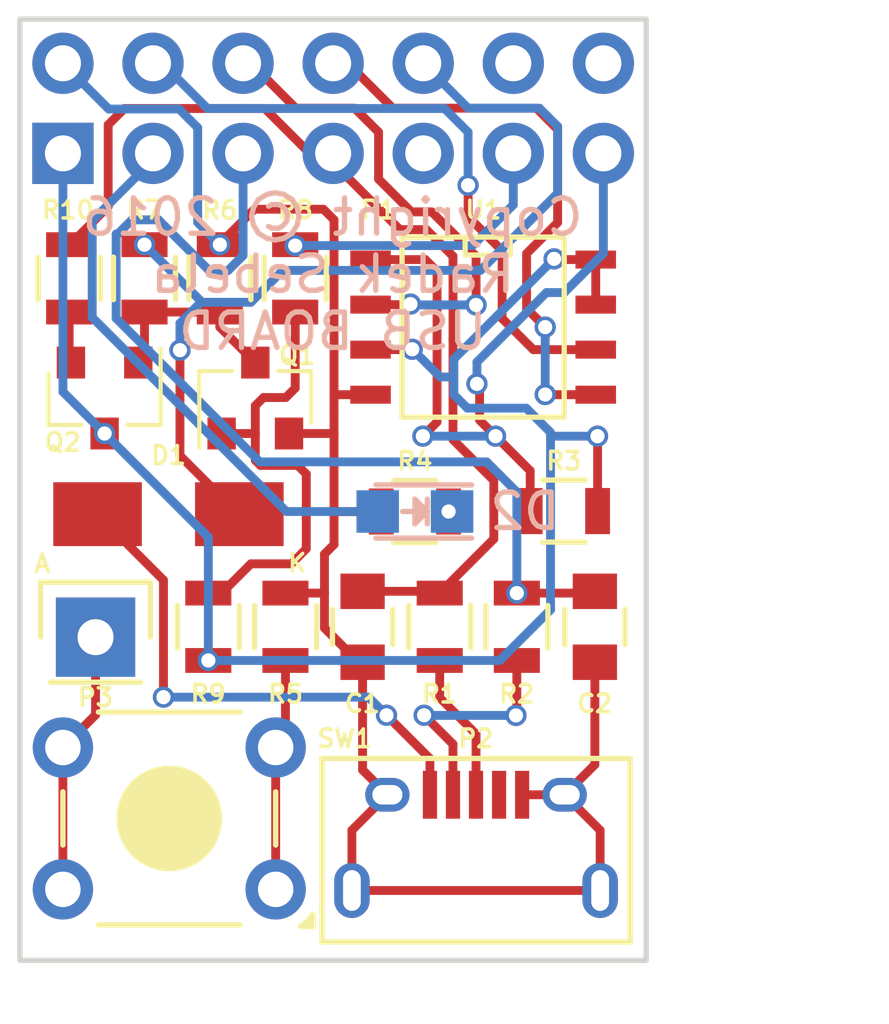
<source format=kicad_pcb>
(kicad_pcb (version 4) (host pcbnew 4.0.2+dfsg1-stable)

  (general
    (links 46)
    (no_connects 0)
    (area 49.674999 37.614999 67.485001 64.305001)
    (thickness 1.6)
    (drawings 7)
    (tracks 270)
    (zones 0)
    (modules 21)
    (nets 21)
  )

  (page A4)
  (title_block
    (title "USB BOARD")
    (date 2016-11-06)
    (rev 1.1)
    (company "Radek Sebela")
    (comment 1 r.sebela@gmail.com)
    (comment 2 https://github.com/radekshub)
  )

  (layers
    (0 F.Cu signal)
    (31 B.Cu signal)
    (32 B.Adhes user hide)
    (33 F.Adhes user hide)
    (34 B.Paste user hide)
    (35 F.Paste user hide)
    (36 B.SilkS user)
    (37 F.SilkS user)
    (38 B.Mask user hide)
    (39 F.Mask user hide)
    (40 Dwgs.User user hide)
    (41 Cmts.User user)
    (42 Eco1.User user hide)
    (43 Eco2.User user hide)
    (44 Edge.Cuts user)
    (45 Margin user hide)
    (46 B.CrtYd user hide)
    (47 F.CrtYd user hide)
    (48 B.Fab user hide)
    (49 F.Fab user hide)
  )

  (setup
    (last_trace_width 0.25)
    (user_trace_width 0.25)
    (user_trace_width 2)
    (user_trace_width 3)
    (trace_clearance 0.2)
    (zone_clearance 0.508)
    (zone_45_only no)
    (trace_min 0.2)
    (segment_width 0.2)
    (edge_width 0.15)
    (via_size 0.6)
    (via_drill 0.4)
    (via_min_size 0.4)
    (via_min_drill 0.3)
    (uvia_size 0.3)
    (uvia_drill 0.1)
    (uvias_allowed no)
    (uvia_min_size 0.2)
    (uvia_min_drill 0.1)
    (pcb_text_width 0.3)
    (pcb_text_size 1.5 1.5)
    (mod_edge_width 0.15)
    (mod_text_size 1 1)
    (mod_text_width 0.15)
    (pad_size 1.524 1.524)
    (pad_drill 0.762)
    (pad_to_mask_clearance 0.2)
    (aux_axis_origin 0 0)
    (visible_elements 7FFEFFFF)
    (pcbplotparams
      (layerselection 0x010f0_80000001)
      (usegerberextensions true)
      (excludeedgelayer true)
      (linewidth 0.100000)
      (plotframeref false)
      (viasonmask false)
      (mode 1)
      (useauxorigin false)
      (hpglpennumber 1)
      (hpglpenspeed 20)
      (hpglpendiameter 15)
      (hpglpenoverlay 2)
      (psnegative false)
      (psa4output false)
      (plotreference true)
      (plotvalue false)
      (plotinvisibletext false)
      (padsonsilk false)
      (subtractmaskfromsilk true)
      (outputformat 1)
      (mirror false)
      (drillshape 0)
      (scaleselection 1)
      (outputdirectory fabrication))
  )

  (net 0 "")
  (net 1 USB-DP)
  (net 2 USB-DM)
  (net 3 "Net-(D2-Pad1)")
  (net 4 "Net-(P2-Pad2)")
  (net 5 "Net-(P2-Pad3)")
  (net 6 "Net-(R5-Pad1)")
  (net 7 "Net-(D1-Pad2)")
  (net 8 "Net-(P3-Pad1)")
  (net 9 "Net-(Q1-Pad1)")
  (net 10 "Net-(Q1-Pad3)")
  (net 11 "Net-(Q2-Pad2)")
  (net 12 GND)
  (net 13 VCC)
  (net 14 LED)
  (net 15 3V3)
  (net 16 SCK)
  (net 17 MISO)
  (net 18 MOSI)
  (net 19 DISC)
  (net 20 CS)

  (net_class Default "This is the default net class."
    (clearance 0.2)
    (trace_width 0.25)
    (via_dia 0.6)
    (via_drill 0.4)
    (uvia_dia 0.3)
    (uvia_drill 0.1)
    (add_net 3V3)
    (add_net CS)
    (add_net DISC)
    (add_net GND)
    (add_net LED)
    (add_net MISO)
    (add_net MOSI)
    (add_net "Net-(D1-Pad2)")
    (add_net "Net-(D2-Pad1)")
    (add_net "Net-(P2-Pad2)")
    (add_net "Net-(P2-Pad3)")
    (add_net "Net-(P3-Pad1)")
    (add_net "Net-(Q1-Pad1)")
    (add_net "Net-(Q1-Pad3)")
    (add_net "Net-(Q2-Pad2)")
    (add_net "Net-(R5-Pad1)")
    (add_net SCK)
    (add_net USB-DM)
    (add_net USB-DP)
    (add_net VCC)
  )

  (module Pin_Headers:Pin_Header_Straight_2x07 (layer F.Cu) (tedit 5DB49948) (tstamp 58377B73)
    (at 50.965 41.475 90)
    (descr "Through hole pin header")
    (tags "pin header")
    (path /583778F1)
    (fp_text reference P1 (at -1.595 8.895 180) (layer F.SilkS)
      (effects (font (size 0.5 0.5) (thickness 0.1)))
    )
    (fp_text value CONN_02X07 (at 1.216 7.4296 180) (layer F.Fab)
      (effects (font (size 1 1) (thickness 0.15)))
    )
    (fp_line (start -1.75 -1.75) (end -1.75 17) (layer F.CrtYd) (width 0.05))
    (fp_line (start 4.3 -1.75) (end 4.3 17) (layer F.CrtYd) (width 0.05))
    (fp_line (start -1.75 -1.75) (end 4.3 -1.75) (layer F.CrtYd) (width 0.05))
    (fp_line (start -1.75 17) (end 4.3 17) (layer F.CrtYd) (width 0.05))
    (pad 1 thru_hole rect (at 0 0 90) (size 1.7272 1.7272) (drill 1.016) (layers *.Cu *.Mask)
      (net 15 3V3))
    (pad 2 thru_hole oval (at 2.54 0 90) (size 1.7272 1.7272) (drill 1.016) (layers *.Cu *.Mask)
      (net 12 GND))
    (pad 3 thru_hole oval (at 0 2.54 90) (size 1.7272 1.7272) (drill 1.016) (layers *.Cu *.Mask)
      (net 14 LED))
    (pad 4 thru_hole oval (at 2.54 2.54 90) (size 1.7272 1.7272) (drill 1.016) (layers *.Cu *.Mask)
      (net 16 SCK))
    (pad 5 thru_hole oval (at 0 5.08 90) (size 1.7272 1.7272) (drill 1.016) (layers *.Cu *.Mask)
      (net 2 USB-DM))
    (pad 6 thru_hole oval (at 2.54 5.08 90) (size 1.7272 1.7272) (drill 1.016) (layers *.Cu *.Mask)
      (net 17 MISO))
    (pad 7 thru_hole oval (at 0 7.62 90) (size 1.7272 1.7272) (drill 1.016) (layers *.Cu *.Mask)
      (net 1 USB-DP))
    (pad 8 thru_hole oval (at 2.54 7.62 90) (size 1.7272 1.7272) (drill 1.016) (layers *.Cu *.Mask)
      (net 18 MOSI))
    (pad 9 thru_hole oval (at 0 10.16 90) (size 1.7272 1.7272) (drill 1.016) (layers *.Cu *.Mask))
    (pad 10 thru_hole oval (at 2.54 10.16 90) (size 1.7272 1.7272) (drill 1.016) (layers *.Cu *.Mask)
      (net 13 VCC))
    (pad 11 thru_hole oval (at 0 12.7 90) (size 1.7272 1.7272) (drill 1.016) (layers *.Cu *.Mask)
      (net 19 DISC))
    (pad 12 thru_hole oval (at 2.54 12.7 90) (size 1.7272 1.7272) (drill 1.016) (layers *.Cu *.Mask))
    (pad 13 thru_hole oval (at 0 15.24 90) (size 1.7272 1.7272) (drill 1.016) (layers *.Cu *.Mask)
      (net 20 CS))
    (pad 14 thru_hole oval (at 2.54 15.24 90) (size 1.7272 1.7272) (drill 1.016) (layers *.Cu *.Mask))
    (model Pin_Headers.3dshapes/Pin_Header_Straight_2x07.wrl
      (at (xyz 0.05 -0.3 0))
      (scale (xyz 1 1 1))
      (rotate (xyz 0 0 90))
    )
  )

  (module Diodes_SMD:SMA_Standard (layer F.Cu) (tedit 5DB4ACD4) (tstamp 584BC682)
    (at 53.94 51.65 180)
    (descr "Diode SMA")
    (tags "Diode SMA")
    (path /584B43DD)
    (attr smd)
    (fp_text reference D1 (at 0 1.66 180) (layer F.SilkS)
      (effects (font (size 0.5 0.5) (thickness 0.1)))
    )
    (fp_text value D (at -0.0096 -0.0136 180) (layer F.Fab)
      (effects (font (size 1 1) (thickness 0.15)))
    )
    (fp_line (start -3.5 -2) (end 3.5 -2) (layer F.CrtYd) (width 0.05))
    (fp_line (start 3.5 -2) (end 3.5 2) (layer F.CrtYd) (width 0.05))
    (fp_line (start 3.5 2) (end -3.5 2) (layer F.CrtYd) (width 0.05))
    (fp_line (start -3.5 2) (end -3.5 -2) (layer F.CrtYd) (width 0.05))
    (fp_text user K (at -3.63 -1.38 180) (layer F.SilkS)
      (effects (font (size 0.5 0.5) (thickness 0.1)))
    )
    (fp_text user A (at 3.56 -1.39 180) (layer F.SilkS)
      (effects (font (size 0.5 0.5) (thickness 0.1)))
    )
    (fp_circle (center 0 0) (end 0.20066 -0.0508) (layer F.Adhes) (width 0.381))
    (pad 1 smd rect (at -1.99898 0 180) (size 2.49936 1.80086) (layers F.Cu F.Paste F.Mask)
      (net 13 VCC))
    (pad 2 smd rect (at 1.99898 0 180) (size 2.49936 1.80086) (layers F.Cu F.Paste F.Mask)
      (net 7 "Net-(D1-Pad2)"))
    (model Diodes_SMD.3dshapes/SMA_Standard.wrl
      (at (xyz 0 0 0))
      (scale (xyz 0.3937 0.3937 0.3937))
      (rotate (xyz 0 0 180))
    )
  )

  (module Connect:USB_Micro-B (layer F.Cu) (tedit 5DB4A01A) (tstamp 58377B80)
    (at 62.615 61.125)
    (descr "Micro USB Type B Receptacle")
    (tags "USB USB_B USB_micro USB_OTG")
    (path /58377BE0)
    (attr smd)
    (fp_text reference P2 (at -0.005 -3.145) (layer F.SilkS)
      (effects (font (size 0.5 0.5) (thickness 0.1)))
    )
    (fp_text value USB_OTG (at 0.0214 2.4512) (layer F.Fab)
      (effects (font (size 1 1) (thickness 0.15)))
    )
    (fp_line (start -4.3434 2.5908) (end -4.3434 -2.5908) (layer F.SilkS) (width 0.15))
    (fp_line (start 4.3434 2.5908) (end 4.3434 -2.5908) (layer F.SilkS) (width 0.15))
    (fp_line (start -4.6 -2.8) (end 4.6 -2.8) (layer F.CrtYd) (width 0.05))
    (fp_line (start 4.6 -2.8) (end 4.6 4.05) (layer F.CrtYd) (width 0.05))
    (fp_line (start 4.6 4.05) (end -4.6 4.05) (layer F.CrtYd) (width 0.05))
    (fp_line (start -4.6 4.05) (end -4.6 -2.8) (layer F.CrtYd) (width 0.05))
    (fp_line (start -4.3509 -2.58754) (end 4.3491 -2.58754) (layer F.SilkS) (width 0.15))
    (fp_line (start 4.3491 2.58746) (end -4.3509 2.58746) (layer F.SilkS) (width 0.15))
    (pad 1 smd rect (at -1.3009 -1.56254 90) (size 1.35 0.4) (layers F.Cu F.Paste F.Mask)
      (net 7 "Net-(D1-Pad2)"))
    (pad 2 smd rect (at -0.6509 -1.56254 90) (size 1.35 0.4) (layers F.Cu F.Paste F.Mask)
      (net 4 "Net-(P2-Pad2)"))
    (pad 3 smd rect (at -0.0009 -1.56254 90) (size 1.35 0.4) (layers F.Cu F.Paste F.Mask)
      (net 5 "Net-(P2-Pad3)"))
    (pad 4 smd rect (at 0.6491 -1.56254 90) (size 1.35 0.4) (layers F.Cu F.Paste F.Mask))
    (pad 5 smd rect (at 1.2991 -1.56254 90) (size 1.35 0.4) (layers F.Cu F.Paste F.Mask)
      (net 12 GND))
    (pad 6 thru_hole oval (at -2.5009 -1.56254 90) (size 0.95 1.25) (drill oval 0.55 0.85) (layers *.Cu *.Mask)
      (net 12 GND))
    (pad 6 thru_hole oval (at 2.4991 -1.56254 90) (size 0.95 1.25) (drill oval 0.55 0.85) (layers *.Cu *.Mask)
      (net 12 GND))
    (pad 6 thru_hole oval (at -3.5009 1.13746 90) (size 1.55 1) (drill oval 1.15 0.5) (layers *.Cu *.Mask)
      (net 12 GND))
    (pad 6 thru_hole oval (at 3.4991 1.13746 90) (size 1.55 1) (drill oval 1.15 0.5) (layers *.Cu *.Mask)
      (net 12 GND))
  )

  (module Buttons_Switches_ThroughHole:SW_TH_Tactile_Omron_B3F-10xx (layer F.Cu) (tedit 5DB4A4EE) (tstamp 584B2D37)
    (at 56.964 62.23 180)
    (descr SW_TH_Tactile_Omron_B3F-10xx)
    (tags "Omron B3F-10xx")
    (path /584B2ACD)
    (fp_text reference SW1 (at -1.946 4.25 180) (layer F.SilkS)
      (effects (font (size 0.5 0.5) (thickness 0.1)))
    )
    (fp_text value Switch_DPST (at 2.3794 1.9812 180) (layer F.Fab)
      (effects (font (size 1 1) (thickness 0.15)))
    )
    (fp_line (start -0.95 -1) (end -0.95 -0.9) (layer F.SilkS) (width 0.15))
    (fp_line (start -1.05 -1.05) (end -0.7 -1.05) (layer F.SilkS) (width 0.15))
    (fp_arc (start 0 0) (end -1.05 -0.7) (angle 22.61986495) (layer F.SilkS) (width 0.15))
    (fp_line (start -1.05 -1.05) (end -1.05 -0.7) (layer F.SilkS) (width 0.15))
    (fp_line (start 7.15 -1.15) (end 0.45 -1.15) (layer F.CrtYd) (width 0.05))
    (fp_line (start 7.15 5.15) (end 7.15 -1.15) (layer F.CrtYd) (width 0.05))
    (fp_line (start -1.15 5.15) (end 7.15 5.15) (layer F.CrtYd) (width 0.05))
    (fp_line (start -1.15 0) (end -1.15 5.15) (layer F.CrtYd) (width 0.05))
    (fp_line (start -1.15 -1.15) (end 0.45 -1.15) (layer F.CrtYd) (width 0.05))
    (fp_line (start -1.15 0) (end -1.15 -1.15) (layer F.CrtYd) (width 0.05))
    (fp_circle (center 3 2) (end 4 3) (layer F.SilkS) (width 0.15))
    (fp_line (start 1 5) (end 5 5) (layer F.SilkS) (width 0.15))
    (fp_line (start 1 -1) (end 5 -1) (layer F.SilkS) (width 0.15))
    (fp_line (start 0 2.75) (end 0 1.25) (layer F.SilkS) (width 0.15))
    (fp_line (start 6 1.25) (end 6 2.75) (layer F.SilkS) (width 0.15))
    (fp_line (start 0 2) (end 0 2) (layer F.SilkS) (width 0))
    (fp_line (start 5 5) (end 1 5) (layer F.SilkS) (width 0))
    (fp_line (start 5 -1) (end 1 -1) (layer F.SilkS) (width 0))
    (fp_line (start 6 2) (end 6 2) (layer F.SilkS) (width 0))
    (fp_circle (center 3 2) (end 4 3) (layer F.SilkS) (width 0))
    (pad 4 thru_hole circle (at 6 4 180) (size 1.7 1.7) (drill 1) (layers *.Cu *.Mask)
      (net 8 "Net-(P3-Pad1)"))
    (pad 3 thru_hole circle (at 0 4 180) (size 1.7 1.7) (drill 1) (layers *.Cu *.Mask)
      (net 6 "Net-(R5-Pad1)"))
    (pad 2 thru_hole circle (at 6 0 180) (size 1.7 1.7) (drill 1) (layers *.Cu *.Mask)
      (net 8 "Net-(P3-Pad1)"))
    (pad 1 thru_hole circle (at 0 0 180) (size 1.7 1.7) (drill 1) (layers *.Cu *.Mask)
      (net 6 "Net-(R5-Pad1)"))
  )

  (module Capacitors_SMD:C_0805 (layer F.Cu) (tedit 5DB4A00C) (tstamp 584BC676)
    (at 59.415 54.825 270)
    (descr "Capacitor SMD 0805, reflow soldering, AVX (see smccp.pdf)")
    (tags "capacitor 0805")
    (path /584B49D3)
    (attr smd)
    (fp_text reference C1 (at 2.165 0.005 360) (layer F.SilkS)
      (effects (font (size 0.5 0.5) (thickness 0.1)))
    )
    (fp_text value 22p (at 0.0136 -0.021 270) (layer F.Fab)
      (effects (font (size 1 1) (thickness 0.15)))
    )
    (fp_line (start -1 0.625) (end -1 -0.625) (layer F.Fab) (width 0.15))
    (fp_line (start 1 0.625) (end -1 0.625) (layer F.Fab) (width 0.15))
    (fp_line (start 1 -0.625) (end 1 0.625) (layer F.Fab) (width 0.15))
    (fp_line (start -1 -0.625) (end 1 -0.625) (layer F.Fab) (width 0.15))
    (fp_line (start -1.8 -1) (end 1.8 -1) (layer F.CrtYd) (width 0.05))
    (fp_line (start -1.8 1) (end 1.8 1) (layer F.CrtYd) (width 0.05))
    (fp_line (start -1.8 -1) (end -1.8 1) (layer F.CrtYd) (width 0.05))
    (fp_line (start 1.8 -1) (end 1.8 1) (layer F.CrtYd) (width 0.05))
    (fp_line (start 0.5 -0.85) (end -0.5 -0.85) (layer F.SilkS) (width 0.15))
    (fp_line (start -0.5 0.85) (end 0.5 0.85) (layer F.SilkS) (width 0.15))
    (pad 1 smd rect (at -1 0 270) (size 1 1.25) (layers F.Cu F.Paste F.Mask)
      (net 1 USB-DP))
    (pad 2 smd rect (at 1 0 270) (size 1 1.25) (layers F.Cu F.Paste F.Mask)
      (net 12 GND))
    (model Capacitors_SMD.3dshapes/C_0805.wrl
      (at (xyz 0 0 0))
      (scale (xyz 1 1 1))
      (rotate (xyz 0 0 0))
    )
  )

  (module Capacitors_SMD:C_0805 (layer F.Cu) (tedit 5DB49FF6) (tstamp 584BC67C)
    (at 65.965 54.825 90)
    (descr "Capacitor SMD 0805, reflow soldering, AVX (see smccp.pdf)")
    (tags "capacitor 0805")
    (path /584B496E)
    (attr smd)
    (fp_text reference C2 (at -2.165 -0.005 180) (layer F.SilkS)
      (effects (font (size 0.5 0.5) (thickness 0.1)))
    )
    (fp_text value 22p (at -0.0136 -0.0012 270) (layer F.Fab)
      (effects (font (size 1 1) (thickness 0.15)))
    )
    (fp_line (start -1 0.625) (end -1 -0.625) (layer F.Fab) (width 0.15))
    (fp_line (start 1 0.625) (end -1 0.625) (layer F.Fab) (width 0.15))
    (fp_line (start 1 -0.625) (end 1 0.625) (layer F.Fab) (width 0.15))
    (fp_line (start -1 -0.625) (end 1 -0.625) (layer F.Fab) (width 0.15))
    (fp_line (start -1.8 -1) (end 1.8 -1) (layer F.CrtYd) (width 0.05))
    (fp_line (start -1.8 1) (end 1.8 1) (layer F.CrtYd) (width 0.05))
    (fp_line (start -1.8 -1) (end -1.8 1) (layer F.CrtYd) (width 0.05))
    (fp_line (start 1.8 -1) (end 1.8 1) (layer F.CrtYd) (width 0.05))
    (fp_line (start 0.5 -0.85) (end -0.5 -0.85) (layer F.SilkS) (width 0.15))
    (fp_line (start -0.5 0.85) (end 0.5 0.85) (layer F.SilkS) (width 0.15))
    (pad 1 smd rect (at -1 0 90) (size 1 1.25) (layers F.Cu F.Paste F.Mask)
      (net 12 GND))
    (pad 2 smd rect (at 1 0 90) (size 1 1.25) (layers F.Cu F.Paste F.Mask)
      (net 2 USB-DM))
    (model Capacitors_SMD.3dshapes/C_0805.wrl
      (at (xyz 0 0 0))
      (scale (xyz 1 1 1))
      (rotate (xyz 0 0 0))
    )
  )

  (module LEDs:LED_0805 (layer B.Cu) (tedit 5DB4A839) (tstamp 584BC688)
    (at 60.89 51.575 180)
    (descr "LED 0805 smd package")
    (tags "LED 0805 SMD")
    (path /584B4CD9)
    (attr smd)
    (fp_text reference D2 (at -3.1 0.005 180) (layer B.SilkS)
      (effects (font (size 1 1) (thickness 0.15)) (justify mirror))
    )
    (fp_text value LED (at 0 -1.75 180) (layer B.Fab)
      (effects (font (size 1 1) (thickness 0.15)) (justify mirror))
    )
    (fp_line (start -0.4 0.3) (end -0.4 -0.3) (layer B.Fab) (width 0.15))
    (fp_line (start -0.3 0) (end 0 0.3) (layer B.Fab) (width 0.15))
    (fp_line (start 0 -0.3) (end -0.3 0) (layer B.Fab) (width 0.15))
    (fp_line (start 0 0.3) (end 0 -0.3) (layer B.Fab) (width 0.15))
    (fp_line (start 1 0.6) (end -1 0.6) (layer B.Fab) (width 0.15))
    (fp_line (start 1 -0.6) (end 1 0.6) (layer B.Fab) (width 0.15))
    (fp_line (start -1 -0.6) (end 1 -0.6) (layer B.Fab) (width 0.15))
    (fp_line (start -1 0.6) (end -1 -0.6) (layer B.Fab) (width 0.15))
    (fp_line (start -1.6 -0.75) (end 1.1 -0.75) (layer B.SilkS) (width 0.15))
    (fp_line (start -1.6 0.75) (end 1.1 0.75) (layer B.SilkS) (width 0.15))
    (fp_line (start -0.1 -0.15) (end -0.1 0.1) (layer B.SilkS) (width 0.15))
    (fp_line (start -0.1 0.1) (end -0.25 -0.05) (layer B.SilkS) (width 0.15))
    (fp_line (start -0.35 0.35) (end -0.35 -0.35) (layer B.SilkS) (width 0.15))
    (fp_line (start 0 0) (end 0.35 0) (layer B.SilkS) (width 0.15))
    (fp_line (start -0.35 0) (end 0 0.35) (layer B.SilkS) (width 0.15))
    (fp_line (start 0 0.35) (end 0 -0.35) (layer B.SilkS) (width 0.15))
    (fp_line (start 0 -0.35) (end -0.35 0) (layer B.SilkS) (width 0.15))
    (fp_line (start 1.9 0.95) (end 1.9 -0.95) (layer B.CrtYd) (width 0.05))
    (fp_line (start 1.9 -0.95) (end -1.9 -0.95) (layer B.CrtYd) (width 0.05))
    (fp_line (start -1.9 -0.95) (end -1.9 0.95) (layer B.CrtYd) (width 0.05))
    (fp_line (start -1.9 0.95) (end 1.9 0.95) (layer B.CrtYd) (width 0.05))
    (pad 2 smd rect (at 1.04902 0) (size 1.19888 1.19888) (layers B.Cu B.Paste B.Mask)
      (net 14 LED))
    (pad 1 smd rect (at -1.04902 0) (size 1.19888 1.19888) (layers B.Cu B.Paste B.Mask)
      (net 3 "Net-(D2-Pad1)"))
    (model LEDs.3dshapes/LED_0805.wrl
      (at (xyz 0 0 0))
      (scale (xyz 1 1 1))
      (rotate (xyz 0 0 0))
    )
  )

  (module Pin_Headers:Pin_Header_Straight_1x01 (layer F.Cu) (tedit 5DB4A468) (tstamp 584BC68D)
    (at 51.884 55.118)
    (descr "Through hole pin header")
    (tags "pin header")
    (path /584B2973)
    (fp_text reference P3 (at -0.004 1.702) (layer F.SilkS)
      (effects (font (size 0.5 0.5) (thickness 0.1)))
    )
    (fp_text value CONN_01X01 (at 0.0082 0.0254 90) (layer F.Fab)
      (effects (font (size 1 1) (thickness 0.15)))
    )
    (fp_line (start 1.55 -1.55) (end 1.55 0) (layer F.SilkS) (width 0.15))
    (fp_line (start -1.75 -1.75) (end -1.75 1.75) (layer F.CrtYd) (width 0.05))
    (fp_line (start 1.75 -1.75) (end 1.75 1.75) (layer F.CrtYd) (width 0.05))
    (fp_line (start -1.75 -1.75) (end 1.75 -1.75) (layer F.CrtYd) (width 0.05))
    (fp_line (start -1.75 1.75) (end 1.75 1.75) (layer F.CrtYd) (width 0.05))
    (fp_line (start -1.55 0) (end -1.55 -1.55) (layer F.SilkS) (width 0.15))
    (fp_line (start -1.55 -1.55) (end 1.55 -1.55) (layer F.SilkS) (width 0.15))
    (fp_line (start -1.27 1.27) (end 1.27 1.27) (layer F.SilkS) (width 0.15))
    (pad 1 thru_hole rect (at 0 0) (size 2.2352 2.2352) (drill 1.016) (layers *.Cu *.Mask)
      (net 8 "Net-(P3-Pad1)"))
    (model Pin_Headers.3dshapes/Pin_Header_Straight_1x01.wrl
      (at (xyz 0 0 0))
      (scale (xyz 1 1 1))
      (rotate (xyz 0 0 90))
    )
  )

  (module TO_SOT_Packages_SMD:SOT-23 (layer F.Cu) (tedit 5DB4A7FD) (tstamp 584BC694)
    (at 56.39 48.375 90)
    (descr "SOT-23, Standard")
    (tags SOT-23)
    (path /584DB6B3)
    (attr smd)
    (fp_text reference Q1 (at 1.205 1.18 180) (layer F.SilkS)
      (effects (font (size 0.5 0.5) (thickness 0.1)))
    )
    (fp_text value Q_NPN_BEC (at -0.012 0.0234 90) (layer F.Fab)
      (effects (font (size 1 1) (thickness 0.15)))
    )
    (fp_line (start 0.76 1.58) (end 0.76 0.65) (layer F.SilkS) (width 0.12))
    (fp_line (start 0.76 -1.58) (end 0.76 -0.65) (layer F.SilkS) (width 0.12))
    (fp_line (start 0.7 -1.52) (end 0.7 1.52) (layer F.Fab) (width 0.15))
    (fp_line (start -0.7 1.52) (end 0.7 1.52) (layer F.Fab) (width 0.15))
    (fp_line (start -1.7 -1.75) (end 1.7 -1.75) (layer F.CrtYd) (width 0.05))
    (fp_line (start 1.7 -1.75) (end 1.7 1.75) (layer F.CrtYd) (width 0.05))
    (fp_line (start 1.7 1.75) (end -1.7 1.75) (layer F.CrtYd) (width 0.05))
    (fp_line (start -1.7 1.75) (end -1.7 -1.75) (layer F.CrtYd) (width 0.05))
    (fp_line (start 0.76 -1.58) (end -1.4 -1.58) (layer F.SilkS) (width 0.12))
    (fp_line (start -0.7 -1.52) (end 0.7 -1.52) (layer F.Fab) (width 0.15))
    (fp_line (start -0.7 -1.52) (end -0.7 1.52) (layer F.Fab) (width 0.15))
    (fp_line (start 0.76 1.58) (end -0.7 1.58) (layer F.SilkS) (width 0.12))
    (pad 1 smd rect (at -1 -0.95 90) (size 0.9 0.8) (layers F.Cu F.Paste F.Mask)
      (net 9 "Net-(Q1-Pad1)"))
    (pad 2 smd rect (at -1 0.95 90) (size 0.9 0.8) (layers F.Cu F.Paste F.Mask)
      (net 12 GND))
    (pad 3 smd rect (at 1 0 90) (size 0.9 0.8) (layers F.Cu F.Paste F.Mask)
      (net 10 "Net-(Q1-Pad3)"))
    (model TO_SOT_Packages_SMD.3dshapes/SOT-23.wrl
      (at (xyz 0 0 0))
      (scale (xyz 1 1 1))
      (rotate (xyz 0 0 90))
    )
  )

  (module TO_SOT_Packages_SMD:SOT-23 (layer F.Cu) (tedit 5DB4A7DF) (tstamp 584BC69B)
    (at 52.14 48.375 270)
    (descr "SOT-23, Standard")
    (tags SOT-23)
    (path /584DB215)
    (attr smd)
    (fp_text reference Q2 (at 1.245 1.18 360) (layer F.SilkS)
      (effects (font (size 0.5 0.5) (thickness 0.1)))
    )
    (fp_text value Q_NPN_BEC (at 0.012 -0.0062 270) (layer F.Fab)
      (effects (font (size 1 1) (thickness 0.15)))
    )
    (fp_line (start 0.76 1.58) (end 0.76 0.65) (layer F.SilkS) (width 0.12))
    (fp_line (start 0.76 -1.58) (end 0.76 -0.65) (layer F.SilkS) (width 0.12))
    (fp_line (start 0.7 -1.52) (end 0.7 1.52) (layer F.Fab) (width 0.15))
    (fp_line (start -0.7 1.52) (end 0.7 1.52) (layer F.Fab) (width 0.15))
    (fp_line (start -1.7 -1.75) (end 1.7 -1.75) (layer F.CrtYd) (width 0.05))
    (fp_line (start 1.7 -1.75) (end 1.7 1.75) (layer F.CrtYd) (width 0.05))
    (fp_line (start 1.7 1.75) (end -1.7 1.75) (layer F.CrtYd) (width 0.05))
    (fp_line (start -1.7 1.75) (end -1.7 -1.75) (layer F.CrtYd) (width 0.05))
    (fp_line (start 0.76 -1.58) (end -1.4 -1.58) (layer F.SilkS) (width 0.12))
    (fp_line (start -0.7 -1.52) (end 0.7 -1.52) (layer F.Fab) (width 0.15))
    (fp_line (start -0.7 -1.52) (end -0.7 1.52) (layer F.Fab) (width 0.15))
    (fp_line (start 0.76 1.58) (end -0.7 1.58) (layer F.SilkS) (width 0.12))
    (pad 1 smd rect (at -1 -0.95 270) (size 0.9 0.8) (layers F.Cu F.Paste F.Mask)
      (net 10 "Net-(Q1-Pad3)"))
    (pad 2 smd rect (at -1 0.95 270) (size 0.9 0.8) (layers F.Cu F.Paste F.Mask)
      (net 11 "Net-(Q2-Pad2)"))
    (pad 3 smd rect (at 1 0 270) (size 0.9 0.8) (layers F.Cu F.Paste F.Mask)
      (net 15 3V3))
    (model TO_SOT_Packages_SMD.3dshapes/SOT-23.wrl
      (at (xyz 0 0 0))
      (scale (xyz 1 1 1))
      (rotate (xyz 0 0 90))
    )
  )

  (module Resistors_SMD:R_0805 (layer F.Cu) (tedit 5DB4A002) (tstamp 584BC6A1)
    (at 61.59 54.825 270)
    (descr "Resistor SMD 0805, reflow soldering, Vishay (see dcrcw.pdf)")
    (tags "resistor 0805")
    (path /584B3B1B)
    (attr smd)
    (fp_text reference R1 (at 1.895 0.01 360) (layer F.SilkS)
      (effects (font (size 0.5 0.5) (thickness 0.1)))
    )
    (fp_text value 22R (at 0.0136 -0.005 270) (layer F.Fab)
      (effects (font (size 1 1) (thickness 0.15)))
    )
    (fp_line (start -1 0.625) (end -1 -0.625) (layer F.Fab) (width 0.1))
    (fp_line (start 1 0.625) (end -1 0.625) (layer F.Fab) (width 0.1))
    (fp_line (start 1 -0.625) (end 1 0.625) (layer F.Fab) (width 0.1))
    (fp_line (start -1 -0.625) (end 1 -0.625) (layer F.Fab) (width 0.1))
    (fp_line (start -1.6 -1) (end 1.6 -1) (layer F.CrtYd) (width 0.05))
    (fp_line (start -1.6 1) (end 1.6 1) (layer F.CrtYd) (width 0.05))
    (fp_line (start -1.6 -1) (end -1.6 1) (layer F.CrtYd) (width 0.05))
    (fp_line (start 1.6 -1) (end 1.6 1) (layer F.CrtYd) (width 0.05))
    (fp_line (start 0.6 0.875) (end -0.6 0.875) (layer F.SilkS) (width 0.15))
    (fp_line (start -0.6 -0.875) (end 0.6 -0.875) (layer F.SilkS) (width 0.15))
    (pad 1 smd rect (at -0.95 0 270) (size 0.7 1.3) (layers F.Cu F.Paste F.Mask)
      (net 1 USB-DP))
    (pad 2 smd rect (at 0.95 0 270) (size 0.7 1.3) (layers F.Cu F.Paste F.Mask)
      (net 5 "Net-(P2-Pad3)"))
    (model Resistors_SMD.3dshapes/R_0805.wrl
      (at (xyz 0 0 0))
      (scale (xyz 1 1 1))
      (rotate (xyz 0 0 0))
    )
  )

  (module Resistors_SMD:R_0805 (layer F.Cu) (tedit 5DB49FE0) (tstamp 584BC6A7)
    (at 63.765 54.825 270)
    (descr "Resistor SMD 0805, reflow soldering, Vishay (see dcrcw.pdf)")
    (tags "resistor 0805")
    (path /584B3B82)
    (attr smd)
    (fp_text reference R2 (at 1.895 0.005 360) (layer F.SilkS)
      (effects (font (size 0.5 0.5) (thickness 0.1)))
    )
    (fp_text value 22R (at 0.0136 -0.0144 450) (layer F.Fab)
      (effects (font (size 1 1) (thickness 0.15)))
    )
    (fp_line (start -1 0.625) (end -1 -0.625) (layer F.Fab) (width 0.1))
    (fp_line (start 1 0.625) (end -1 0.625) (layer F.Fab) (width 0.1))
    (fp_line (start 1 -0.625) (end 1 0.625) (layer F.Fab) (width 0.1))
    (fp_line (start -1 -0.625) (end 1 -0.625) (layer F.Fab) (width 0.1))
    (fp_line (start -1.6 -1) (end 1.6 -1) (layer F.CrtYd) (width 0.05))
    (fp_line (start -1.6 1) (end 1.6 1) (layer F.CrtYd) (width 0.05))
    (fp_line (start -1.6 -1) (end -1.6 1) (layer F.CrtYd) (width 0.05))
    (fp_line (start 1.6 -1) (end 1.6 1) (layer F.CrtYd) (width 0.05))
    (fp_line (start 0.6 0.875) (end -0.6 0.875) (layer F.SilkS) (width 0.15))
    (fp_line (start -0.6 -0.875) (end 0.6 -0.875) (layer F.SilkS) (width 0.15))
    (pad 1 smd rect (at -0.95 0 270) (size 0.7 1.3) (layers F.Cu F.Paste F.Mask)
      (net 2 USB-DM))
    (pad 2 smd rect (at 0.95 0 270) (size 0.7 1.3) (layers F.Cu F.Paste F.Mask)
      (net 4 "Net-(P2-Pad2)"))
    (model Resistors_SMD.3dshapes/R_0805.wrl
      (at (xyz 0 0 0))
      (scale (xyz 1 1 1))
      (rotate (xyz 0 0 0))
    )
  )

  (module Resistors_SMD:R_0805 (layer F.Cu) (tedit 5DB4BED6) (tstamp 584BC6AD)
    (at 65.092 51.562)
    (descr "Resistor SMD 0805, reflow soldering, Vishay (see dcrcw.pdf)")
    (tags "resistor 0805")
    (path /584B40B0)
    (attr smd)
    (fp_text reference R3 (at -0.002 -1.412) (layer F.SilkS)
      (effects (font (size 0.5 0.5) (thickness 0.1)))
    )
    (fp_text value 1k (at 0.0082 0.0254) (layer F.Fab)
      (effects (font (size 1 1) (thickness 0.15)))
    )
    (fp_line (start -1 0.625) (end -1 -0.625) (layer F.Fab) (width 0.1))
    (fp_line (start 1 0.625) (end -1 0.625) (layer F.Fab) (width 0.1))
    (fp_line (start 1 -0.625) (end 1 0.625) (layer F.Fab) (width 0.1))
    (fp_line (start -1 -0.625) (end 1 -0.625) (layer F.Fab) (width 0.1))
    (fp_line (start -1.6 -1) (end 1.6 -1) (layer F.CrtYd) (width 0.05))
    (fp_line (start -1.6 1) (end 1.6 1) (layer F.CrtYd) (width 0.05))
    (fp_line (start -1.6 -1) (end -1.6 1) (layer F.CrtYd) (width 0.05))
    (fp_line (start 1.6 -1) (end 1.6 1) (layer F.CrtYd) (width 0.05))
    (fp_line (start 0.6 0.875) (end -0.6 0.875) (layer F.SilkS) (width 0.15))
    (fp_line (start -0.6 -0.875) (end 0.6 -0.875) (layer F.SilkS) (width 0.15))
    (pad 1 smd rect (at -0.95 0) (size 0.7 1.3) (layers F.Cu F.Paste F.Mask)
      (net 20 CS))
    (pad 2 smd rect (at 0.95 0) (size 0.7 1.3) (layers F.Cu F.Paste F.Mask)
      (net 15 3V3))
    (model Resistors_SMD.3dshapes/R_0805.wrl
      (at (xyz 0 0 0))
      (scale (xyz 1 1 1))
      (rotate (xyz 0 0 0))
    )
  )

  (module Resistors_SMD:R_0805 (layer F.Cu) (tedit 5DB4BEF5) (tstamp 584BC6B3)
    (at 60.89 51.575 180)
    (descr "Resistor SMD 0805, reflow soldering, Vishay (see dcrcw.pdf)")
    (tags "resistor 0805")
    (path /584B4C92)
    (attr smd)
    (fp_text reference R4 (at 0 1.425 180) (layer F.SilkS)
      (effects (font (size 0.5 0.5) (thickness 0.1)))
    )
    (fp_text value 1k (at -0.0192 -0.0124 180) (layer F.Fab)
      (effects (font (size 1 1) (thickness 0.15)))
    )
    (fp_line (start -1 0.625) (end -1 -0.625) (layer F.Fab) (width 0.1))
    (fp_line (start 1 0.625) (end -1 0.625) (layer F.Fab) (width 0.1))
    (fp_line (start 1 -0.625) (end 1 0.625) (layer F.Fab) (width 0.1))
    (fp_line (start -1 -0.625) (end 1 -0.625) (layer F.Fab) (width 0.1))
    (fp_line (start -1.6 -1) (end 1.6 -1) (layer F.CrtYd) (width 0.05))
    (fp_line (start -1.6 1) (end 1.6 1) (layer F.CrtYd) (width 0.05))
    (fp_line (start -1.6 -1) (end -1.6 1) (layer F.CrtYd) (width 0.05))
    (fp_line (start 1.6 -1) (end 1.6 1) (layer F.CrtYd) (width 0.05))
    (fp_line (start 0.6 0.875) (end -0.6 0.875) (layer F.SilkS) (width 0.15))
    (fp_line (start -0.6 -0.875) (end 0.6 -0.875) (layer F.SilkS) (width 0.15))
    (pad 1 smd rect (at -0.95 0 180) (size 0.7 1.3) (layers F.Cu F.Paste F.Mask)
      (net 3 "Net-(D2-Pad1)"))
    (pad 2 smd rect (at 0.95 0 180) (size 0.7 1.3) (layers F.Cu F.Paste F.Mask)
      (net 12 GND))
    (model Resistors_SMD.3dshapes/R_0805.wrl
      (at (xyz 0 0 0))
      (scale (xyz 1 1 1))
      (rotate (xyz 0 0 0))
    )
  )

  (module Resistors_SMD:R_0805 (layer F.Cu) (tedit 5DB4A44B) (tstamp 584BC6B9)
    (at 57.24 54.825 90)
    (descr "Resistor SMD 0805, reflow soldering, Vishay (see dcrcw.pdf)")
    (tags "resistor 0805")
    (path /584B29CA)
    (attr smd)
    (fp_text reference R5 (at -1.895 0 180) (layer F.SilkS)
      (effects (font (size 0.5 0.5) (thickness 0.1)))
    )
    (fp_text value 1k (at -0.0136 0.0116 90) (layer F.Fab)
      (effects (font (size 1 1) (thickness 0.15)))
    )
    (fp_line (start -1 0.625) (end -1 -0.625) (layer F.Fab) (width 0.1))
    (fp_line (start 1 0.625) (end -1 0.625) (layer F.Fab) (width 0.1))
    (fp_line (start 1 -0.625) (end 1 0.625) (layer F.Fab) (width 0.1))
    (fp_line (start -1 -0.625) (end 1 -0.625) (layer F.Fab) (width 0.1))
    (fp_line (start -1.6 -1) (end 1.6 -1) (layer F.CrtYd) (width 0.05))
    (fp_line (start -1.6 1) (end 1.6 1) (layer F.CrtYd) (width 0.05))
    (fp_line (start -1.6 -1) (end -1.6 1) (layer F.CrtYd) (width 0.05))
    (fp_line (start 1.6 -1) (end 1.6 1) (layer F.CrtYd) (width 0.05))
    (fp_line (start 0.6 0.875) (end -0.6 0.875) (layer F.SilkS) (width 0.15))
    (fp_line (start -0.6 -0.875) (end 0.6 -0.875) (layer F.SilkS) (width 0.15))
    (pad 1 smd rect (at -0.95 0 90) (size 0.7 1.3) (layers F.Cu F.Paste F.Mask)
      (net 6 "Net-(R5-Pad1)"))
    (pad 2 smd rect (at 0.95 0 90) (size 0.7 1.3) (layers F.Cu F.Paste F.Mask)
      (net 12 GND))
    (model Resistors_SMD.3dshapes/R_0805.wrl
      (at (xyz 0 0 0))
      (scale (xyz 1 1 1))
      (rotate (xyz 0 0 0))
    )
  )

  (module Resistors_SMD:R_0805 (layer F.Cu) (tedit 5DB498EF) (tstamp 584BC6BF)
    (at 55.39 45 90)
    (descr "Resistor SMD 0805, reflow soldering, Vishay (see dcrcw.pdf)")
    (tags "resistor 0805")
    (path /584B801D)
    (attr smd)
    (fp_text reference R6 (at 1.92 0 180) (layer F.SilkS)
      (effects (font (size 0.5 0.5) (thickness 0.1)))
    )
    (fp_text value 36k (at -0.0088 0.0074 90) (layer F.Fab)
      (effects (font (size 1 1) (thickness 0.15)))
    )
    (fp_line (start -1 0.625) (end -1 -0.625) (layer F.Fab) (width 0.1))
    (fp_line (start 1 0.625) (end -1 0.625) (layer F.Fab) (width 0.1))
    (fp_line (start 1 -0.625) (end 1 0.625) (layer F.Fab) (width 0.1))
    (fp_line (start -1 -0.625) (end 1 -0.625) (layer F.Fab) (width 0.1))
    (fp_line (start -1.6 -1) (end 1.6 -1) (layer F.CrtYd) (width 0.05))
    (fp_line (start -1.6 1) (end 1.6 1) (layer F.CrtYd) (width 0.05))
    (fp_line (start -1.6 -1) (end -1.6 1) (layer F.CrtYd) (width 0.05))
    (fp_line (start 1.6 -1) (end 1.6 1) (layer F.CrtYd) (width 0.05))
    (fp_line (start 0.6 0.875) (end -0.6 0.875) (layer F.SilkS) (width 0.15))
    (fp_line (start -0.6 -0.875) (end 0.6 -0.875) (layer F.SilkS) (width 0.15))
    (pad 1 smd rect (at -0.95 0 90) (size 0.7 1.3) (layers F.Cu F.Paste F.Mask)
      (net 10 "Net-(Q1-Pad3)"))
    (pad 2 smd rect (at 0.95 0 90) (size 0.7 1.3) (layers F.Cu F.Paste F.Mask)
      (net 12 GND))
    (model Resistors_SMD.3dshapes/R_0805.wrl
      (at (xyz 0 0 0))
      (scale (xyz 1 1 1))
      (rotate (xyz 0 0 0))
    )
  )

  (module Resistors_SMD:R_0805 (layer F.Cu) (tedit 5DB4977E) (tstamp 584BC6C5)
    (at 53.265 45 270)
    (descr "Resistor SMD 0805, reflow soldering, Vishay (see dcrcw.pdf)")
    (tags "resistor 0805")
    (path /584B7FC4)
    (attr smd)
    (fp_text reference R7 (at -1.93 0.005 360) (layer F.SilkS)
      (effects (font (size 0.5 0.5) (thickness 0.1)))
    )
    (fp_text value 10k (at 0.0088 0.0012 270) (layer F.Fab)
      (effects (font (size 1 1) (thickness 0.15)))
    )
    (fp_line (start -1 0.625) (end -1 -0.625) (layer F.Fab) (width 0.1))
    (fp_line (start 1 0.625) (end -1 0.625) (layer F.Fab) (width 0.1))
    (fp_line (start 1 -0.625) (end 1 0.625) (layer F.Fab) (width 0.1))
    (fp_line (start -1 -0.625) (end 1 -0.625) (layer F.Fab) (width 0.1))
    (fp_line (start -1.6 -1) (end 1.6 -1) (layer F.CrtYd) (width 0.05))
    (fp_line (start -1.6 1) (end 1.6 1) (layer F.CrtYd) (width 0.05))
    (fp_line (start -1.6 -1) (end -1.6 1) (layer F.CrtYd) (width 0.05))
    (fp_line (start 1.6 -1) (end 1.6 1) (layer F.CrtYd) (width 0.05))
    (fp_line (start 0.6 0.875) (end -0.6 0.875) (layer F.SilkS) (width 0.15))
    (fp_line (start -0.6 -0.875) (end 0.6 -0.875) (layer F.SilkS) (width 0.15))
    (pad 1 smd rect (at -0.95 0 270) (size 0.7 1.3) (layers F.Cu F.Paste F.Mask)
      (net 13 VCC))
    (pad 2 smd rect (at 0.95 0 270) (size 0.7 1.3) (layers F.Cu F.Paste F.Mask)
      (net 10 "Net-(Q1-Pad3)"))
    (model Resistors_SMD.3dshapes/R_0805.wrl
      (at (xyz 0 0 0))
      (scale (xyz 1 1 1))
      (rotate (xyz 0 0 0))
    )
  )

  (module Resistors_SMD:R_0805 (layer F.Cu) (tedit 5DB498B8) (tstamp 584BC6CB)
    (at 57.515 45 90)
    (descr "Resistor SMD 0805, reflow soldering, Vishay (see dcrcw.pdf)")
    (tags "resistor 0805")
    (path /584B7F10)
    (attr smd)
    (fp_text reference R8 (at 1.93 0.005 180) (layer F.SilkS)
      (effects (font (size 0.5 0.5) (thickness 0.1)))
    )
    (fp_text value 1k (at -0.0088 0.016 90) (layer F.Fab)
      (effects (font (size 1 1) (thickness 0.15)))
    )
    (fp_line (start -1 0.625) (end -1 -0.625) (layer F.Fab) (width 0.1))
    (fp_line (start 1 0.625) (end -1 0.625) (layer F.Fab) (width 0.1))
    (fp_line (start 1 -0.625) (end 1 0.625) (layer F.Fab) (width 0.1))
    (fp_line (start -1 -0.625) (end 1 -0.625) (layer F.Fab) (width 0.1))
    (fp_line (start -1.6 -1) (end 1.6 -1) (layer F.CrtYd) (width 0.05))
    (fp_line (start -1.6 1) (end 1.6 1) (layer F.CrtYd) (width 0.05))
    (fp_line (start -1.6 -1) (end -1.6 1) (layer F.CrtYd) (width 0.05))
    (fp_line (start 1.6 -1) (end 1.6 1) (layer F.CrtYd) (width 0.05))
    (fp_line (start 0.6 0.875) (end -0.6 0.875) (layer F.SilkS) (width 0.15))
    (fp_line (start -0.6 -0.875) (end 0.6 -0.875) (layer F.SilkS) (width 0.15))
    (pad 1 smd rect (at -0.95 0 90) (size 0.7 1.3) (layers F.Cu F.Paste F.Mask)
      (net 9 "Net-(Q1-Pad1)"))
    (pad 2 smd rect (at 0.95 0 90) (size 0.7 1.3) (layers F.Cu F.Paste F.Mask)
      (net 19 DISC))
    (model Resistors_SMD.3dshapes/R_0805.wrl
      (at (xyz 0 0 0))
      (scale (xyz 1 1 1))
      (rotate (xyz 0 0 0))
    )
  )

  (module Resistors_SMD:R_0805 (layer F.Cu) (tedit 5DB4A435) (tstamp 584BC6D1)
    (at 55.065 54.825 270)
    (descr "Resistor SMD 0805, reflow soldering, Vishay (see dcrcw.pdf)")
    (tags "resistor 0805")
    (path /584B7F69)
    (attr smd)
    (fp_text reference R9 (at 1.895 0.005 360) (layer F.SilkS)
      (effects (font (size 0.5 0.5) (thickness 0.1)))
    )
    (fp_text value 47k (at 0.0136 -0.0022 270) (layer F.Fab)
      (effects (font (size 1 1) (thickness 0.15)))
    )
    (fp_line (start -1 0.625) (end -1 -0.625) (layer F.Fab) (width 0.1))
    (fp_line (start 1 0.625) (end -1 0.625) (layer F.Fab) (width 0.1))
    (fp_line (start 1 -0.625) (end 1 0.625) (layer F.Fab) (width 0.1))
    (fp_line (start -1 -0.625) (end 1 -0.625) (layer F.Fab) (width 0.1))
    (fp_line (start -1.6 -1) (end 1.6 -1) (layer F.CrtYd) (width 0.05))
    (fp_line (start -1.6 1) (end 1.6 1) (layer F.CrtYd) (width 0.05))
    (fp_line (start -1.6 -1) (end -1.6 1) (layer F.CrtYd) (width 0.05))
    (fp_line (start 1.6 -1) (end 1.6 1) (layer F.CrtYd) (width 0.05))
    (fp_line (start 0.6 0.875) (end -0.6 0.875) (layer F.SilkS) (width 0.15))
    (fp_line (start -0.6 -0.875) (end 0.6 -0.875) (layer F.SilkS) (width 0.15))
    (pad 1 smd rect (at -0.95 0 270) (size 0.7 1.3) (layers F.Cu F.Paste F.Mask)
      (net 9 "Net-(Q1-Pad1)"))
    (pad 2 smd rect (at 0.95 0 270) (size 0.7 1.3) (layers F.Cu F.Paste F.Mask)
      (net 15 3V3))
    (model Resistors_SMD.3dshapes/R_0805.wrl
      (at (xyz 0 0 0))
      (scale (xyz 1 1 1))
      (rotate (xyz 0 0 0))
    )
  )

  (module Resistors_SMD:R_0805 (layer F.Cu) (tedit 5DB49773) (tstamp 584BC6D7)
    (at 51.14 45 90)
    (descr "Resistor SMD 0805, reflow soldering, Vishay (see dcrcw.pdf)")
    (tags "resistor 0805")
    (path /584B8076)
    (attr smd)
    (fp_text reference R10 (at 1.93 -0.04 180) (layer F.SilkS)
      (effects (font (size 0.5 0.5) (thickness 0.1)))
    )
    (fp_text value 1k5 (at -0.0088 0.0156 90) (layer F.Fab)
      (effects (font (size 1 1) (thickness 0.15)))
    )
    (fp_line (start -1 0.625) (end -1 -0.625) (layer F.Fab) (width 0.1))
    (fp_line (start 1 0.625) (end -1 0.625) (layer F.Fab) (width 0.1))
    (fp_line (start 1 -0.625) (end 1 0.625) (layer F.Fab) (width 0.1))
    (fp_line (start -1 -0.625) (end 1 -0.625) (layer F.Fab) (width 0.1))
    (fp_line (start -1.6 -1) (end 1.6 -1) (layer F.CrtYd) (width 0.05))
    (fp_line (start -1.6 1) (end 1.6 1) (layer F.CrtYd) (width 0.05))
    (fp_line (start -1.6 -1) (end -1.6 1) (layer F.CrtYd) (width 0.05))
    (fp_line (start 1.6 -1) (end 1.6 1) (layer F.CrtYd) (width 0.05))
    (fp_line (start 0.6 0.875) (end -0.6 0.875) (layer F.SilkS) (width 0.15))
    (fp_line (start -0.6 -0.875) (end 0.6 -0.875) (layer F.SilkS) (width 0.15))
    (pad 1 smd rect (at -0.95 0 90) (size 0.7 1.3) (layers F.Cu F.Paste F.Mask)
      (net 11 "Net-(Q2-Pad2)"))
    (pad 2 smd rect (at 0.95 0 90) (size 0.7 1.3) (layers F.Cu F.Paste F.Mask)
      (net 1 USB-DP))
    (model Resistors_SMD.3dshapes/R_0805.wrl
      (at (xyz 0 0 0))
      (scale (xyz 1 1 1))
      (rotate (xyz 0 0 0))
    )
  )

  (module SMD_Packages:SOIC-8-N (layer F.Cu) (tedit 5DB49980) (tstamp 58559473)
    (at 62.815 46.375 270)
    (descr "Module Narrow CMS SOJ 8 pins large")
    (tags "CMS SOJ")
    (path /584BC620)
    (attr smd)
    (fp_text reference U1 (at -3.305 -0.005 360) (layer F.SilkS)
      (effects (font (size 0.5 0.5) (thickness 0.1)))
    )
    (fp_text value AT25_EEPROM (at 0.0054 0.0008 270) (layer F.Fab)
      (effects (font (size 1 1) (thickness 0.15)))
    )
    (fp_line (start -2.54 -2.286) (end 2.54 -2.286) (layer F.SilkS) (width 0.15))
    (fp_line (start 2.54 -2.286) (end 2.54 2.286) (layer F.SilkS) (width 0.15))
    (fp_line (start 2.54 2.286) (end -2.54 2.286) (layer F.SilkS) (width 0.15))
    (fp_line (start -2.54 2.286) (end -2.54 -2.286) (layer F.SilkS) (width 0.15))
    (fp_line (start -2.54 -0.762) (end -2.032 -0.762) (layer F.SilkS) (width 0.15))
    (fp_line (start -2.032 -0.762) (end -2.032 0.508) (layer F.SilkS) (width 0.15))
    (fp_line (start -2.032 0.508) (end -2.54 0.508) (layer F.SilkS) (width 0.15))
    (pad 8 smd rect (at -1.905 -3.175 270) (size 0.508 1.143) (layers F.Cu F.Paste F.Mask)
      (net 15 3V3))
    (pad 7 smd rect (at -0.635 -3.175 270) (size 0.508 1.143) (layers F.Cu F.Paste F.Mask)
      (net 15 3V3))
    (pad 6 smd rect (at 0.635 -3.175 270) (size 0.508 1.143) (layers F.Cu F.Paste F.Mask)
      (net 16 SCK))
    (pad 5 smd rect (at 1.905 -3.175 270) (size 0.508 1.143) (layers F.Cu F.Paste F.Mask)
      (net 18 MOSI))
    (pad 4 smd rect (at 1.905 3.175 270) (size 0.508 1.143) (layers F.Cu F.Paste F.Mask)
      (net 12 GND))
    (pad 3 smd rect (at 0.635 3.175 270) (size 0.508 1.143) (layers F.Cu F.Paste F.Mask)
      (net 15 3V3))
    (pad 2 smd rect (at -0.635 3.175 270) (size 0.508 1.143) (layers F.Cu F.Paste F.Mask)
      (net 17 MISO))
    (pad 1 smd rect (at -1.905 3.175 270) (size 0.508 1.143) (layers F.Cu F.Paste F.Mask)
      (net 20 CS))
    (model SMD_Packages.3dshapes/SOIC-8-N.wrl
      (at (xyz 0 0 0))
      (scale (xyz 0.5 0.38 0.5))
      (rotate (xyz 0 0 0))
    )
  )

  (dimension 17.66 (width 0.3) (layer Cmts.User)
    (gr_text "17,660 mm" (at 58.58 66.649999) (layer Cmts.User)
      (effects (font (size 1.5 1.5) (thickness 0.3)))
    )
    (feature1 (pts (xy 67.41 64.23) (xy 67.41 67.999999)))
    (feature2 (pts (xy 49.75 64.23) (xy 49.75 67.999999)))
    (crossbar (pts (xy 49.75 65.299999) (xy 67.41 65.299999)))
    (arrow1a (pts (xy 67.41 65.299999) (xy 66.283496 65.88642)))
    (arrow1b (pts (xy 67.41 65.299999) (xy 66.283496 64.713578)))
    (arrow2a (pts (xy 49.75 65.299999) (xy 50.876504 65.88642)))
    (arrow2b (pts (xy 49.75 65.299999) (xy 50.876504 64.713578)))
  )
  (dimension 26.54 (width 0.3) (layer Cmts.User)
    (gr_text "26,540 mm" (at 71.58 50.96 270) (layer Cmts.User)
      (effects (font (size 1.5 1.5) (thickness 0.3)))
    )
    (feature1 (pts (xy 67.41 64.23) (xy 72.93 64.23)))
    (feature2 (pts (xy 67.41 37.69) (xy 72.93 37.69)))
    (crossbar (pts (xy 70.23 37.69) (xy 70.23 64.23)))
    (arrow1a (pts (xy 70.23 64.23) (xy 69.643579 63.103496)))
    (arrow1b (pts (xy 70.23 64.23) (xy 70.816421 63.103496)))
    (arrow2a (pts (xy 70.23 37.69) (xy 69.643579 38.816504)))
    (arrow2b (pts (xy 70.23 37.69) (xy 70.816421 38.816504)))
  )
  (gr_line (start 49.75 37.69) (end 67.41 37.69) (angle 90) (layer Edge.Cuts) (width 0.15))
  (gr_line (start 49.75 64.23) (end 67.41 64.23) (angle 90) (layer Edge.Cuts) (width 0.15))
  (gr_line (start 67.41 37.69) (end 67.41 64.23) (angle 90) (layer Edge.Cuts) (width 0.15))
  (gr_line (start 49.75 64.23) (end 49.75 37.69) (angle 90) (layer Edge.Cuts) (width 0.15))
  (gr_text "Copyright © 2016\nRadek Sebela\nUSB BOARD" (at 58.5724 44.8818) (layer B.SilkS)
    (effects (font (size 1 1) (thickness 0.15)) (justify mirror))
  )

  (segment (start 52.24 41.38) (end 52.24 40.67) (width 0.25) (layer F.Cu) (net 1))
  (segment (start 56.66 40.21) (end 57.925 41.475) (width 0.25) (layer F.Cu) (net 1) (tstamp 5DB4BFD6))
  (segment (start 52.7 40.21) (end 56.66 40.21) (width 0.25) (layer F.Cu) (net 1) (tstamp 5DB4BFC8))
  (segment (start 52.24 40.67) (end 52.7 40.21) (width 0.25) (layer F.Cu) (net 1) (tstamp 5DB4BFC0))
  (segment (start 57.925 41.475) (end 58.585 41.475) (width 0.25) (layer F.Cu) (net 1) (tstamp 5DB4BFDE))
  (segment (start 61.965 46.74) (end 61.965 49.55) (width 0.25) (layer F.Cu) (net 1))
  (segment (start 61.965 49.55) (end 63.115 50.7) (width 0.25) (layer F.Cu) (net 1) (tstamp 5DB4B4AE))
  (segment (start 58.585 41.475) (end 58.585 41.745) (width 0.25) (layer F.Cu) (net 1))
  (segment (start 58.585 41.745) (end 60.465 43.625) (width 0.25) (layer F.Cu) (net 1) (tstamp 5855B7DB))
  (segment (start 60.465 43.625) (end 61.215 43.625) (width 0.25) (layer F.Cu) (net 1) (tstamp 5855B7E7))
  (segment (start 61.965 44.375) (end 61.965 46.74) (width 0.25) (layer F.Cu) (net 1) (tstamp 58559592))
  (segment (start 61.215 43.625) (end 61.965 44.375) (width 0.25) (layer F.Cu) (net 1) (tstamp 58559590))
  (segment (start 63.115 52.35) (end 61.59 53.875) (width 0.25) (layer F.Cu) (net 1) (tstamp 584BE6D6))
  (segment (start 63.115 50.7) (end 63.115 52.35) (width 0.25) (layer F.Cu) (net 1) (tstamp 584BE6D0))
  (segment (start 59.415 53.825) (end 61.54 53.825) (width 0.25) (layer F.Cu) (net 1))
  (segment (start 61.54 53.825) (end 61.59 53.875) (width 0.25) (layer F.Cu) (net 1) (tstamp 584BE346))
  (segment (start 51.14 44.05) (end 51.165 44.05) (width 0.25) (layer F.Cu) (net 1))
  (segment (start 51.165 44.05) (end 52.24 42.975) (width 0.25) (layer F.Cu) (net 1) (tstamp 584BD1CD))
  (segment (start 57.865 41.475) (end 58.585 41.475) (width 0.25) (layer F.Cu) (net 1) (tstamp 584BD1E4))
  (segment (start 52.24 42.975) (end 52.24 41.38) (width 0.25) (layer F.Cu) (net 1) (tstamp 584BD1D8))
  (segment (start 56.045 41.475) (end 56.045 44.355) (width 0.25) (layer B.Cu) (net 2))
  (segment (start 56.045 44.355) (end 55.62 44.78) (width 0.25) (layer B.Cu) (net 2) (tstamp 5DB4B8A4))
  (segment (start 52.465 43.75) (end 52.51 43.75) (width 0.25) (layer B.Cu) (net 2))
  (segment (start 55.09 44.78) (end 55.62 44.78) (width 0.25) (layer B.Cu) (net 2) (tstamp 5DB4B89C))
  (segment (start 53.66 43.35) (end 55.09 44.78) (width 0.25) (layer B.Cu) (net 2) (tstamp 5DB4B897))
  (segment (start 52.91 43.35) (end 53.66 43.35) (width 0.25) (layer B.Cu) (net 2) (tstamp 5DB4B893))
  (segment (start 52.51 43.75) (end 52.91 43.35) (width 0.25) (layer B.Cu) (net 2) (tstamp 5DB4B88C))
  (segment (start 62.915 50.175) (end 63.765 51.025) (width 0.25) (layer B.Cu) (net 2) (tstamp 5855B884))
  (segment (start 63.765 53.875) (end 63.765 51.025) (width 0.25) (layer B.Cu) (net 2))
  (via (at 63.765 53.875) (size 0.6) (drill 0.4) (layers F.Cu B.Cu) (net 2))
  (segment (start 65.915 53.875) (end 63.765 53.875) (width 0.25) (layer F.Cu) (net 2))
  (segment (start 62.39 50.175) (end 62.915 50.175) (width 0.25) (layer B.Cu) (net 2))
  (segment (start 56.515 50.175) (end 62.39 50.175) (width 0.25) (layer B.Cu) (net 2) (tstamp 584C95C9))
  (segment (start 52.465 46.125) (end 56.515 50.175) (width 0.25) (layer B.Cu) (net 2) (tstamp 584C95BE))
  (segment (start 52.465 43.75) (end 52.465 46.125) (width 0.25) (layer B.Cu) (net 2) (tstamp 584C95BC))
  (via (at 61.84 51.575) (size 0.6) (drill 0.4) (layers F.Cu B.Cu) (net 3))
  (segment (start 61.84 51.575) (end 61.93902 51.575) (width 0.25) (layer B.Cu) (net 3) (tstamp 5DB4BD46))
  (segment (start 61.9641 59.56246) (end 61.9641 58.1341) (width 0.25) (layer F.Cu) (net 4))
  (segment (start 61.155 57.325) (end 63.74 57.325) (width 0.25) (layer B.Cu) (net 4) (tstamp 5DB4B9A9))
  (segment (start 61.15 57.32) (end 61.155 57.325) (width 0.25) (layer B.Cu) (net 4) (tstamp 5DB4B9A8))
  (via (at 61.15 57.32) (size 0.6) (drill 0.4) (layers F.Cu B.Cu) (net 4))
  (segment (start 61.9641 58.1341) (end 61.15 57.32) (width 0.25) (layer F.Cu) (net 4) (tstamp 5DB4B996))
  (segment (start 63.765 55.775) (end 63.765 57.3) (width 0.25) (layer F.Cu) (net 4))
  (via (at 63.74 57.325) (size 0.6) (drill 0.4) (layers F.Cu B.Cu) (net 4))
  (segment (start 63.765 57.3) (end 63.74 57.325) (width 0.25) (layer F.Cu) (net 4) (tstamp 584C8FA0))
  (segment (start 61.59 55.775) (end 61.59 56.825) (width 0.25) (layer F.Cu) (net 5))
  (segment (start 62.6141 57.8491) (end 62.6141 59.56246) (width 0.25) (layer F.Cu) (net 5) (tstamp 584C8F9B))
  (segment (start 61.59 56.825) (end 62.6141 57.8491) (width 0.25) (layer F.Cu) (net 5) (tstamp 584C8F98))
  (segment (start 61.59 55.775) (end 61.59 56.05) (width 0.25) (layer F.Cu) (net 5))
  (segment (start 57.24 55.775) (end 57.24 57.954) (width 0.25) (layer F.Cu) (net 6))
  (segment (start 57.24 57.954) (end 56.964 58.23) (width 0.25) (layer F.Cu) (net 6) (tstamp 584BD2DA))
  (segment (start 56.964 58.23) (end 56.964 62.23) (width 0.25) (layer F.Cu) (net 6))
  (segment (start 53.8 56.81) (end 59.58 56.81) (width 0.25) (layer B.Cu) (net 7))
  (segment (start 61.3141 58.5441) (end 61.3141 59.56246) (width 0.25) (layer F.Cu) (net 7) (tstamp 5DB4BA1C))
  (segment (start 60.09 57.32) (end 61.3141 58.5441) (width 0.25) (layer F.Cu) (net 7) (tstamp 5DB4BA1B))
  (via (at 60.09 57.32) (size 0.6) (drill 0.4) (layers F.Cu B.Cu) (net 7))
  (segment (start 59.58 56.81) (end 60.09 57.32) (width 0.25) (layer B.Cu) (net 7) (tstamp 5DB4BA0E))
  (via (at 53.8 56.81) (size 0.6) (drill 0.4) (layers F.Cu B.Cu) (net 7))
  (segment (start 53.8 53.51) (end 53.8 56.81) (width 0.25) (layer F.Cu) (net 7) (tstamp 5DB4B901))
  (segment (start 51.94102 51.65102) (end 53.8 53.51) (width 0.25) (layer F.Cu) (net 7) (tstamp 5DB4B900))
  (segment (start 61.3141 59.56246) (end 61.3141 59.1041) (width 0.25) (layer F.Cu) (net 7))
  (segment (start 51.94102 51.65) (end 51.94102 51.65102) (width 0.25) (layer F.Cu) (net 7))
  (segment (start 50.964 58.23) (end 50.964 62.23) (width 0.25) (layer F.Cu) (net 8))
  (segment (start 51.884 55.118) (end 51.884 57.31) (width 0.25) (layer F.Cu) (net 8))
  (segment (start 51.884 57.31) (end 50.964 58.23) (width 0.25) (layer F.Cu) (net 8) (tstamp 584BD2CC))
  (segment (start 57.826801 52.626801) (end 57.826801 50.516801) (width 0.25) (layer F.Cu) (net 9))
  (segment (start 57.826801 50.516801) (end 57.585 50.275) (width 0.25) (layer F.Cu) (net 9) (tstamp 5DB4C124))
  (segment (start 56.84 50.275) (end 57.585 50.275) (width 0.25) (layer F.Cu) (net 9))
  (segment (start 56.84 50.275) (end 56.535 50.275) (width 0.25) (layer F.Cu) (net 9) (tstamp 5DB4BBF0))
  (segment (start 56.39 49.38) (end 56.39 50.13) (width 0.25) (layer F.Cu) (net 9) (tstamp 5DB4BBEB))
  (segment (start 56.39 50.13) (end 56.535 50.275) (width 0.25) (layer F.Cu) (net 9) (tstamp 5DB4BBC9))
  (segment (start 55.44 49.375) (end 56.39 49.375) (width 0.25) (layer F.Cu) (net 9))
  (segment (start 56.39 49.375) (end 56.39 49.38) (width 0.25) (layer F.Cu) (net 9) (tstamp 5DB4BBE2))
  (segment (start 57.515 45.95) (end 57.515 48.095) (width 0.25) (layer F.Cu) (net 9))
  (segment (start 56.39 48.59) (end 56.39 49.38) (width 0.25) (layer F.Cu) (net 9) (tstamp 5DB4BBBA))
  (segment (start 56.62 48.36) (end 56.39 48.59) (width 0.25) (layer F.Cu) (net 9) (tstamp 5DB4BBB8))
  (segment (start 57.25 48.36) (end 56.62 48.36) (width 0.25) (layer F.Cu) (net 9) (tstamp 5DB4BBB3))
  (segment (start 57.515 48.095) (end 57.25 48.36) (width 0.25) (layer F.Cu) (net 9) (tstamp 5DB4BBB0))
  (segment (start 56.265 53.05) (end 57.403602 53.05) (width 0.25) (layer F.Cu) (net 9) (tstamp 584DB4B5))
  (segment (start 55.44 53.875) (end 56.265 53.05) (width 0.25) (layer F.Cu) (net 9) (tstamp 584DB4AE))
  (segment (start 57.403602 53.05) (end 57.826801 52.626801) (width 0.25) (layer F.Cu) (net 9) (tstamp 584DB4BB))
  (segment (start 55.065 53.875) (end 55.44 53.875) (width 0.25) (layer F.Cu) (net 9))
  (segment (start 55.39 45.95) (end 55.39 46.375) (width 0.25) (layer F.Cu) (net 10))
  (segment (start 53.265 45.95) (end 53.265 47.2) (width 0.25) (layer F.Cu) (net 10))
  (segment (start 53.265 47.2) (end 53.09 47.375) (width 0.25) (layer F.Cu) (net 10) (tstamp 584DB449))
  (segment (start 55.39 46.375) (end 56.39 47.375) (width 0.25) (layer F.Cu) (net 10) (tstamp 584DB44C))
  (segment (start 53.14 46.075) (end 53.265 45.95) (width 0.25) (layer F.Cu) (net 10) (tstamp 584C938D))
  (segment (start 53.265 45.95) (end 55.39 45.95) (width 0.25) (layer F.Cu) (net 10))
  (segment (start 51.14 45.95) (end 51.14 47.325) (width 0.25) (layer F.Cu) (net 11))
  (segment (start 51.14 47.325) (end 51.19 47.375) (width 0.25) (layer F.Cu) (net 11) (tstamp 584DB446))
  (segment (start 57.24 53.875) (end 58.34 53.875) (width 0.25) (layer F.Cu) (net 12))
  (segment (start 58.61 51.58) (end 59.935 51.58) (width 0.25) (layer F.Cu) (net 12))
  (segment (start 59.935 51.58) (end 59.94 51.575) (width 0.25) (layer F.Cu) (net 12) (tstamp 5DB4C19E))
  (segment (start 59.415 55.825) (end 59.305 55.825) (width 0.25) (layer F.Cu) (net 12))
  (segment (start 59.305 55.825) (end 58.34 54.86) (width 0.25) (layer F.Cu) (net 12) (tstamp 5DB4C16F))
  (segment (start 58.34 54.86) (end 58.34 53.875) (width 0.25) (layer F.Cu) (net 12) (tstamp 5DB4C177))
  (segment (start 58.34 52.775) (end 58.61 52.505) (width 0.25) (layer F.Cu) (net 12) (tstamp 5DB4C17C))
  (segment (start 58.61 51.58) (end 58.61 52.505) (width 0.25) (layer F.Cu) (net 12) (tstamp 5DB4C19C))
  (segment (start 58.34 53.875) (end 58.34 52.775) (width 0.25) (layer F.Cu) (net 12) (tstamp 5DB4C1B2))
  (segment (start 57.34 49.375) (end 58.61 49.375) (width 0.25) (layer F.Cu) (net 12))
  (segment (start 58.6 49.41) (end 58.61 49.41) (width 0.25) (layer F.Cu) (net 12) (tstamp 5DB4C160))
  (segment (start 58.6 49.385) (end 58.6 49.41) (width 0.25) (layer F.Cu) (net 12) (tstamp 5DB4C15E))
  (segment (start 58.61 49.375) (end 58.6 49.385) (width 0.25) (layer F.Cu) (net 12) (tstamp 5DB4C15A))
  (segment (start 58.61 48.76) (end 58.61 49.41) (width 0.25) (layer F.Cu) (net 12))
  (segment (start 58.61 49.41) (end 58.61 51.58) (width 0.25) (layer F.Cu) (net 12) (tstamp 5DB4C161))
  (segment (start 59.64 48.28) (end 58.62 48.28) (width 0.25) (layer F.Cu) (net 12))
  (segment (start 58.62 48.28) (end 58.61 48.29) (width 0.25) (layer F.Cu) (net 12) (tstamp 5DB4C107))
  (segment (start 59.63 48.29) (end 59.64 48.28) (width 0.25) (layer F.Cu) (net 12) (tstamp 5DB4C0FC))
  (segment (start 58.03 43.05) (end 58.31 43.05) (width 0.25) (layer F.Cu) (net 12))
  (segment (start 56.365 43.05) (end 57.86 43.05) (width 0.25) (layer F.Cu) (net 12) (tstamp 584BEFD9))
  (segment (start 55.39 44.025) (end 56.365 43.05) (width 0.25) (layer F.Cu) (net 12) (tstamp 584BEFD5))
  (segment (start 57.86 43.05) (end 58.03 43.05) (width 0.25) (layer F.Cu) (net 12))
  (segment (start 58.31 43.05) (end 58.61 43.35) (width 0.25) (layer F.Cu) (net 12) (tstamp 5DB4C0AC))
  (segment (start 58.61 43.35) (end 58.61 48.29) (width 0.25) (layer F.Cu) (net 12) (tstamp 5DB4C0AE))
  (segment (start 58.61 48.29) (end 58.61 48.76) (width 0.25) (layer F.Cu) (net 12) (tstamp 5DB4C0FA))
  (segment (start 65.965 58.71156) (end 65.1141 59.56246) (width 0.25) (layer F.Cu) (net 12) (tstamp 5855962C))
  (segment (start 57.24 53.875) (end 57.24 53.85) (width 0.25) (layer F.Cu) (net 12))
  (segment (start 59.94 51.575) (end 59.84 51.575) (width 0.25) (layer F.Cu) (net 12))
  (segment (start 59.415 55.825) (end 59.415 58.86336) (width 0.25) (layer F.Cu) (net 12))
  (segment (start 59.415 58.86336) (end 60.1141 59.56246) (width 0.25) (layer F.Cu) (net 12) (tstamp 584C8F88))
  (segment (start 59.1141 62.26246) (end 66.1141 62.26246) (width 0.25) (layer F.Cu) (net 12))
  (segment (start 59.1141 62.26246) (end 59.1141 60.56246) (width 0.25) (layer F.Cu) (net 12))
  (segment (start 59.1141 60.56246) (end 60.1141 59.56246) (width 0.25) (layer F.Cu) (net 12) (tstamp 584C8F76))
  (segment (start 66.1141 62.26246) (end 66.1141 60.56246) (width 0.25) (layer F.Cu) (net 12))
  (segment (start 66.1141 60.56246) (end 65.1141 59.56246) (width 0.25) (layer F.Cu) (net 12) (tstamp 584C8F70))
  (segment (start 65.1141 59.56246) (end 63.9141 59.56246) (width 0.25) (layer F.Cu) (net 12) (tstamp 584C8F72))
  (segment (start 55.39 44.05) (end 55.39 44.025) (width 0.25) (layer F.Cu) (net 12))
  (segment (start 57.24 53.875) (end 57.465 53.875) (width 0.25) (layer F.Cu) (net 12))
  (via (at 55.39 44.05) (size 0.6) (drill 0.4) (layers F.Cu B.Cu) (net 12))
  (segment (start 52.255 40.225) (end 50.965 38.935) (width 0.25) (layer B.Cu) (net 12) (tstamp 584BD070))
  (segment (start 55.39 44.05) (end 54.765 43.425) (width 0.25) (layer B.Cu) (net 12) (tstamp 584BD05D))
  (segment (start 54.765 43.425) (end 54.765 40.75) (width 0.25) (layer B.Cu) (net 12) (tstamp 584BD05E))
  (segment (start 54.24 40.225) (end 52.255 40.225) (width 0.25) (layer B.Cu) (net 12) (tstamp 584BD06D))
  (segment (start 54.765 40.75) (end 54.24 40.225) (width 0.25) (layer B.Cu) (net 12) (tstamp 584BD066))
  (segment (start 65.965 55.825) (end 65.965 58.71156) (width 0.25) (layer F.Cu) (net 12))
  (via (at 53.265 44.05) (size 0.6) (drill 0.4) (layers F.Cu B.Cu) (net 13))
  (segment (start 53.265 44.05) (end 54.8725 45.6575) (width 0.25) (layer B.Cu) (net 13) (tstamp 5DB4B85A))
  (segment (start 54.265 47.025) (end 54.265 46.265) (width 0.25) (layer B.Cu) (net 13))
  (segment (start 54.265 46.265) (end 54.8725 45.6575) (width 0.25) (layer B.Cu) (net 13) (tstamp 5DB4B84C))
  (segment (start 64.915 41.7) (end 64.915 42.6) (width 0.25) (layer B.Cu) (net 13))
  (segment (start 64.915 42.6) (end 62.74 44.775) (width 0.25) (layer B.Cu) (net 13) (tstamp 5DB4B347))
  (segment (start 62.89 40.2) (end 64.4 40.2) (width 0.25) (layer B.Cu) (net 13))
  (segment (start 64.4 40.2) (end 64.915 40.715) (width 0.25) (layer B.Cu) (net 13) (tstamp 5DB4B304))
  (segment (start 62.39 40.2) (end 61.125 38.935) (width 0.25) (layer B.Cu) (net 13) (tstamp 584BD108))
  (segment (start 55.93898 51.65) (end 55.915 51.65) (width 0.25) (layer F.Cu) (net 13))
  (segment (start 55.915 51.65) (end 54.265 50) (width 0.25) (layer F.Cu) (net 13) (tstamp 584C940E))
  (segment (start 54.265 50) (end 54.265 47.025) (width 0.25) (layer F.Cu) (net 13) (tstamp 584C9423))
  (via (at 54.265 47.025) (size 0.6) (drill 0.4) (layers F.Cu B.Cu) (net 13))
  (segment (start 61.115 44.775) (end 62.74 44.775) (width 0.25) (layer B.Cu) (net 13))
  (segment (start 54.8725 45.6575) (end 54.89 45.675) (width 0.25) (layer B.Cu) (net 13) (tstamp 5DB4B851))
  (segment (start 54.89 45.675) (end 56.265 45.675) (width 0.25) (layer B.Cu) (net 13) (tstamp 584C9616))
  (segment (start 57.165 44.775) (end 61.115 44.775) (width 0.25) (layer B.Cu) (net 13) (tstamp 584C961E))
  (segment (start 56.265 45.675) (end 57.165 44.775) (width 0.25) (layer B.Cu) (net 13) (tstamp 584C9617))
  (segment (start 62.39 40.2) (end 62.89 40.2) (width 0.25) (layer B.Cu) (net 13))
  (segment (start 64.915 40.715) (end 64.915 41.7) (width 0.25) (layer B.Cu) (net 13) (tstamp 5DB4B314))
  (segment (start 59.84098 51.575) (end 57.265 51.575) (width 0.25) (layer B.Cu) (net 14))
  (segment (start 57.265 51.575) (end 53.505 47.815) (width 0.25) (layer B.Cu) (net 14) (tstamp 584BD290))
  (segment (start 53.505 41.475) (end 53.505 41.66) (width 0.25) (layer B.Cu) (net 14))
  (segment (start 53.505 41.66) (end 51.79 43.375) (width 0.25) (layer B.Cu) (net 14) (tstamp 584BE3E4))
  (segment (start 51.79 46.1) (end 53.505 47.815) (width 0.25) (layer B.Cu) (net 14) (tstamp 584BE3EA))
  (segment (start 51.79 43.375) (end 51.79 46.1) (width 0.25) (layer B.Cu) (net 14) (tstamp 584BE3E6))
  (segment (start 64.715 49.45) (end 66.04 49.45) (width 0.25) (layer B.Cu) (net 15))
  (segment (start 66.042 49.452) (end 66.042 51.562) (width 0.25) (layer F.Cu) (net 15) (tstamp 5DB4BE61))
  (segment (start 66.04 49.45) (end 66.042 49.452) (width 0.25) (layer F.Cu) (net 15) (tstamp 5DB4BE60))
  (via (at 66.04 49.45) (size 0.6) (drill 0.4) (layers F.Cu B.Cu) (net 15))
  (segment (start 63.02 48.66) (end 64.03 48.66) (width 0.25) (layer B.Cu) (net 15))
  (segment (start 64.715 49.345) (end 64.715 49.45) (width 0.25) (layer B.Cu) (net 15) (tstamp 5DB4BDFD))
  (segment (start 64.715 49.45) (end 64.715 50.125) (width 0.25) (layer B.Cu) (net 15) (tstamp 5DB4BE47))
  (segment (start 64.03 48.66) (end 64.715 49.345) (width 0.25) (layer B.Cu) (net 15) (tstamp 5DB4BDF7))
  (segment (start 62.37 48.66) (end 61.99 48.28) (width 0.25) (layer B.Cu) (net 15) (tstamp 5DB4BDD1))
  (segment (start 63.02 48.66) (end 62.37 48.66) (width 0.25) (layer B.Cu) (net 15) (tstamp 5DB4BDF5))
  (segment (start 60.815 47) (end 60.82 47) (width 0.25) (layer B.Cu) (net 15))
  (segment (start 60.82 47) (end 61.6 47.78) (width 0.25) (layer B.Cu) (net 15) (tstamp 5DB4B7A7))
  (segment (start 61.6 47.78) (end 61.99 47.78) (width 0.25) (layer B.Cu) (net 15) (tstamp 5DB4B7B1))
  (segment (start 61.99 48.28) (end 61.99 47.78) (width 0.25) (layer B.Cu) (net 15) (tstamp 5DB4B76E))
  (segment (start 61.99 47.275) (end 62.265 47) (width 0.25) (layer B.Cu) (net 15) (tstamp 5DB4B76F))
  (segment (start 61.99 47.78) (end 61.99 47.275) (width 0.25) (layer B.Cu) (net 15) (tstamp 5DB4B797))
  (segment (start 55.065 53.26) (end 55.065 52.3) (width 0.25) (layer B.Cu) (net 15))
  (segment (start 64.715 50.125) (end 64.715 54.345) (width 0.25) (layer B.Cu) (net 15))
  (segment (start 55.065 55.775) (end 55.065 53.26) (width 0.25) (layer B.Cu) (net 15))
  (segment (start 55.065 55.775) (end 63.285 55.775) (width 0.25) (layer B.Cu) (net 15))
  (segment (start 63.285 55.775) (end 64.715 54.345) (width 0.25) (layer B.Cu) (net 15) (tstamp 5DB4B64B))
  (via (at 55.065 55.775) (size 0.6) (drill 0.4) (layers F.Cu B.Cu) (net 15))
  (segment (start 55.065 52.3) (end 52.14 49.375) (width 0.25) (layer B.Cu) (net 15) (tstamp 5DB4B728))
  (via (at 52.14 49.375) (size 0.6) (drill 0.4) (layers F.Cu B.Cu) (net 15))
  (segment (start 52.14 49.375) (end 55.065 52.3) (width 0.25) (layer B.Cu) (net 15))
  (segment (start 60.805 47.01) (end 59.64 47.01) (width 0.25) (layer F.Cu) (net 15) (tstamp 585595DB))
  (segment (start 60.815 47) (end 60.805 47.01) (width 0.25) (layer F.Cu) (net 15) (tstamp 585595DA))
  (segment (start 50.965 48.2) (end 52.14 49.375) (width 0.25) (layer B.Cu) (net 15) (tstamp 584DB453))
  (segment (start 50.965 48.125) (end 50.965 48.2) (width 0.25) (layer B.Cu) (net 15) (tstamp 584DB454))
  (segment (start 50.965 41.475) (end 50.965 48.125) (width 0.25) (layer B.Cu) (net 15) (tstamp 584BE2FF))
  (segment (start 65.99 44.47) (end 64.835 44.47) (width 0.25) (layer F.Cu) (net 15))
  (segment (start 64.835 44.47) (end 64.815 44.45) (width 0.25) (layer F.Cu) (net 15) (tstamp 58559641))
  (via (at 64.815 44.45) (size 0.6) (drill 0.4) (layers F.Cu B.Cu) (net 15))
  (segment (start 64.815 44.45) (end 62.265 47) (width 0.25) (layer B.Cu) (net 15) (tstamp 58559644))
  (segment (start 65.99 44.47) (end 65.99 45.74) (width 0.25) (layer F.Cu) (net 15))
  (via (at 60.815 47) (size 0.6) (drill 0.4) (layers F.Cu B.Cu) (net 15))
  (segment (start 53.505 38.935) (end 53.765 38.935) (width 0.25) (layer B.Cu) (net 16))
  (segment (start 53.765 38.935) (end 55.04 40.21) (width 0.25) (layer B.Cu) (net 16) (tstamp 5DB4C039))
  (segment (start 61.725 40.21) (end 62.39 40.875) (width 0.25) (layer B.Cu) (net 16) (tstamp 5DB4C04E))
  (segment (start 55.04 40.21) (end 61.725 40.21) (width 0.25) (layer B.Cu) (net 16) (tstamp 5DB4C041))
  (segment (start 63.35 46.13) (end 64.23 47.01) (width 0.25) (layer F.Cu) (net 16) (tstamp 5DB4B5DF))
  (segment (start 63.35 44.22) (end 63.35 46.13) (width 0.25) (layer F.Cu) (net 16) (tstamp 5DB4B5DB))
  (segment (start 62.39 43.26) (end 63.35 44.22) (width 0.25) (layer F.Cu) (net 16) (tstamp 5DB4B5D6))
  (segment (start 62.39 42.375) (end 62.39 43.26) (width 0.25) (layer F.Cu) (net 16))
  (segment (start 64.23 47.01) (end 65.99 47.01) (width 0.25) (layer F.Cu) (net 16) (tstamp 5DB4B5E3))
  (via (at 62.39 42.375) (size 0.6) (drill 0.4) (layers F.Cu B.Cu) (net 16))
  (segment (start 62.39 40.875) (end 62.39 42.375) (width 0.25) (layer B.Cu) (net 16) (tstamp 585596E3))
  (segment (start 53.7 38.935) (end 53.505 38.935) (width 0.25) (layer B.Cu) (net 16) (tstamp 584BE622))
  (segment (start 56.045 38.935) (end 56.265 38.935) (width 0.25) (layer F.Cu) (net 17))
  (segment (start 56.265 38.935) (end 57.53 40.2) (width 0.25) (layer F.Cu) (net 17) (tstamp 5DB4C016))
  (segment (start 59.19 40.2) (end 59.865 40.875) (width 0.25) (layer F.Cu) (net 17) (tstamp 5DB4C024))
  (segment (start 57.53 40.2) (end 59.19 40.2) (width 0.25) (layer F.Cu) (net 17) (tstamp 5DB4C01F))
  (segment (start 62.615 44.375) (end 61.365 43.125) (width 0.25) (layer F.Cu) (net 17) (tstamp 5DB4B5C7))
  (segment (start 62.615 45.75) (end 62.615 44.375) (width 0.25) (layer F.Cu) (net 17))
  (segment (start 61.365 43.125) (end 60.79 43.125) (width 0.25) (layer F.Cu) (net 17) (tstamp 5DB4B5D0))
  (segment (start 59.64 45.74) (end 60.75 45.74) (width 0.25) (layer F.Cu) (net 17))
  (segment (start 60.79 45.75) (end 62.615 45.75) (width 0.25) (layer B.Cu) (net 17) (tstamp 5855980F))
  (segment (start 60.765 45.725) (end 60.79 45.75) (width 0.25) (layer B.Cu) (net 17) (tstamp 5855980E))
  (via (at 60.765 45.725) (size 0.6) (drill 0.4) (layers F.Cu B.Cu) (net 17))
  (segment (start 60.75 45.74) (end 60.765 45.725) (width 0.25) (layer F.Cu) (net 17) (tstamp 58559800))
  (segment (start 59.865 41.525) (end 59.865 42.2) (width 0.25) (layer F.Cu) (net 17))
  (segment (start 59.865 42.2) (end 60.79 43.125) (width 0.25) (layer F.Cu) (net 17) (tstamp 58559706))
  (segment (start 61.015 45.75) (end 62.615 45.75) (width 0.25) (layer B.Cu) (net 17) (tstamp 5855969B))
  (via (at 62.615 45.75) (size 0.6) (drill 0.4) (layers F.Cu B.Cu) (net 17))
  (segment (start 59.865 40.875) (end 59.865 41.525) (width 0.25) (layer F.Cu) (net 17) (tstamp 584BD174))
  (segment (start 56.045 38.935) (end 56.05 38.935) (width 0.25) (layer F.Cu) (net 17))
  (segment (start 64.57 48.28) (end 65.99 48.28) (width 0.25) (layer F.Cu) (net 18) (tstamp 585598E1))
  (segment (start 64.565 48.275) (end 64.57 48.28) (width 0.25) (layer F.Cu) (net 18) (tstamp 585598E0))
  (via (at 64.565 48.275) (size 0.6) (drill 0.4) (layers F.Cu B.Cu) (net 18))
  (segment (start 59 38.935) (end 60.265 40.2) (width 0.25) (layer F.Cu) (net 18) (tstamp 5855976B))
  (segment (start 66.285 48.28) (end 65.99 48.28) (width 0.25) (layer F.Cu) (net 18) (tstamp 585597B8))
  (segment (start 58.585 38.935) (end 59 38.935) (width 0.25) (layer F.Cu) (net 18))
  (segment (start 58.585 38.935) (end 58.6 38.935) (width 0.25) (layer F.Cu) (net 18))
  (segment (start 60.265 40.2) (end 64.315 40.2) (width 0.25) (layer F.Cu) (net 18) (tstamp 5855976D))
  (segment (start 64.315 40.2) (end 64.915 40.8) (width 0.25) (layer F.Cu) (net 18) (tstamp 58559771))
  (segment (start 64.915 40.8) (end 64.915 43.425) (width 0.25) (layer F.Cu) (net 18) (tstamp 58559777))
  (via (at 64.565 46.375) (size 0.6) (drill 0.4) (layers F.Cu B.Cu) (net 18))
  (segment (start 64.565 46.375) (end 64.565 48.275) (width 0.25) (layer B.Cu) (net 18) (tstamp 585598D6))
  (segment (start 64.4525 46.2625) (end 64.565 46.375) (width 0.25) (layer F.Cu) (net 18))
  (segment (start 64.04 45.85) (end 64.4525 46.2625) (width 0.25) (layer F.Cu) (net 18) (tstamp 585597A5))
  (segment (start 64.04 44.3) (end 64.04 45.85) (width 0.25) (layer F.Cu) (net 18) (tstamp 58559793))
  (segment (start 64.24 44.1) (end 64.04 44.3) (width 0.25) (layer F.Cu) (net 18))
  (segment (start 64.915 43.425) (end 64.24 44.1) (width 0.25) (layer F.Cu) (net 18) (tstamp 58559779))
  (segment (start 61.015 44.075) (end 62.515 44.075) (width 0.25) (layer B.Cu) (net 19))
  (segment (start 63.665 42.925) (end 63.665 41.475) (width 0.25) (layer B.Cu) (net 19) (tstamp 585596D4))
  (segment (start 62.515 44.075) (end 63.665 42.925) (width 0.25) (layer B.Cu) (net 19) (tstamp 585596D3))
  (segment (start 57.515 44.075) (end 61.015 44.075) (width 0.25) (layer B.Cu) (net 19))
  (segment (start 57.515 44.075) (end 57.515 44.05) (width 0.25) (layer F.Cu) (net 19) (tstamp 584BD0F5))
  (via (at 57.515 44.075) (size 0.6) (drill 0.4) (layers F.Cu B.Cu) (net 19))
  (segment (start 62.64 47.975) (end 62.64 47.36) (width 0.25) (layer B.Cu) (net 20))
  (segment (start 65.1 45.4) (end 66.205 44.295) (width 0.25) (layer B.Cu) (net 20) (tstamp 5DB4B37F))
  (segment (start 64.6 45.4) (end 65.1 45.4) (width 0.25) (layer B.Cu) (net 20) (tstamp 5DB4B379))
  (segment (start 62.64 47.36) (end 64.6 45.4) (width 0.25) (layer B.Cu) (net 20) (tstamp 5DB4B36A))
  (segment (start 59.64 44.47) (end 61.184998 44.47) (width 0.25) (layer F.Cu) (net 20))
  (via (at 63.165 49.45) (size 0.6) (drill 0.4) (layers F.Cu B.Cu) (net 20))
  (segment (start 61.115 49.45) (end 63.165 49.45) (width 0.25) (layer B.Cu) (net 20) (tstamp 58559881))
  (via (at 61.115 49.45) (size 0.6) (drill 0.4) (layers F.Cu B.Cu) (net 20))
  (segment (start 61.514998 49.050002) (end 61.115 49.45) (width 0.25) (layer F.Cu) (net 20) (tstamp 5855986C))
  (segment (start 61.514998 44.8) (end 61.514998 49.050002) (width 0.25) (layer F.Cu) (net 20) (tstamp 58559866))
  (segment (start 61.184998 44.47) (end 61.514998 44.8) (width 0.25) (layer F.Cu) (net 20) (tstamp 58559863))
  (segment (start 63.863 50.148) (end 63.165 49.45) (width 0.25) (layer F.Cu) (net 20))
  (segment (start 63.165 49.45) (end 62.715 49) (width 0.25) (layer F.Cu) (net 20) (tstamp 58559895))
  (segment (start 64.142 51.562) (end 64.142 50.427) (width 0.25) (layer F.Cu) (net 20))
  (segment (start 64.142 50.427) (end 63.863 50.148) (width 0.25) (layer F.Cu) (net 20) (tstamp 584BD305))
  (segment (start 66.205 41.475) (end 66.205 42.31) (width 0.25) (layer B.Cu) (net 20))
  (segment (start 62.715 49) (end 62.715 48.05) (width 0.25) (layer F.Cu) (net 20) (tstamp 5855966C))
  (via (at 62.64 47.975) (size 0.6) (drill 0.4) (layers F.Cu B.Cu) (net 20))
  (segment (start 62.715 48.05) (end 62.64 47.975) (width 0.25) (layer F.Cu) (net 20) (tstamp 58559673))
  (segment (start 66.205 41.475) (end 66.205 44.295) (width 0.25) (layer B.Cu) (net 20))

)

</source>
